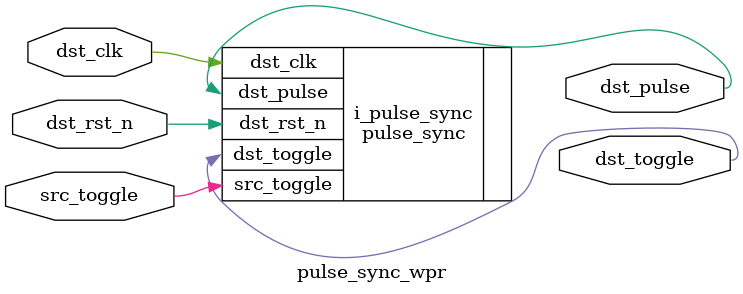
<source format=v>



module pulse_sync_wpr #(
  parameter DEPTH = 2,
  parameter RST_VAL = 1'b0,
  parameter TOGGLE_EARLY = 0
)(
  input  src_toggle,
  input  dst_clk,
  input  dst_rst_n,
  output dst_toggle,
  output dst_pulse
);


  //----------------------------------------------------------------------------
  pulse_sync #(
    .DEPTH (DEPTH),
    .RST_VAL (RST_VAL),
    .TOGGLE_EARLY (TOGGLE_EARLY)
  ) i_pulse_sync (
    .src_toggle (src_toggle),
    .dst_clk (dst_clk),
    .dst_rst_n (dst_rst_n),
    .dst_toggle (dst_toggle),
    .dst_pulse (dst_pulse)
  );

endmodule
</source>
